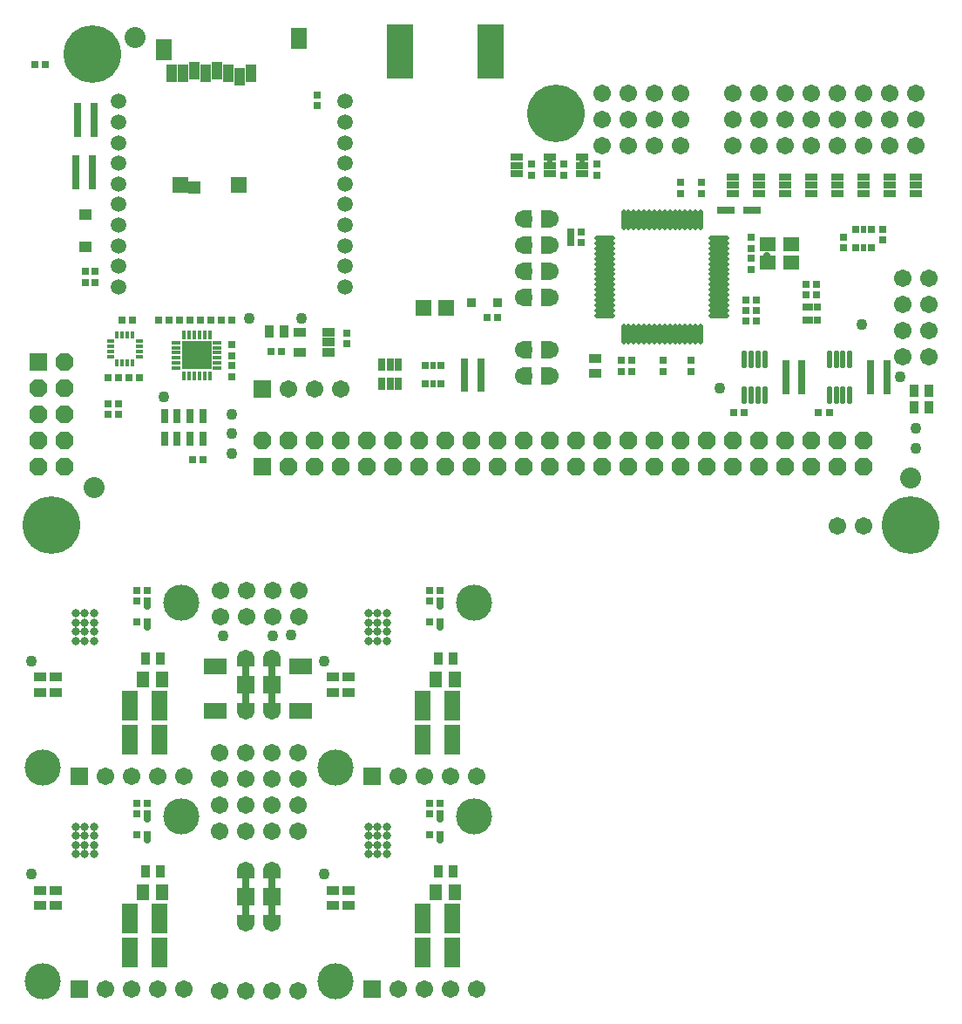
<source format=gbs>
G04 Layer_Color=16711935*
%FSLAX25Y25*%
%MOIN*%
G70*
G01*
G75*
%ADD105R,0.01181X0.03150*%
%ADD106R,0.03149X0.05807*%
%ADD107R,0.03149X0.05807*%
%ADD110R,0.03162X0.02965*%
%ADD111R,0.02965X0.03162*%
G04:AMPARAMS|DCode=112|XSize=80mil|YSize=80mil|CornerRadius=40mil|HoleSize=0mil|Usage=FLASHONLY|Rotation=180.000|XOffset=0mil|YOffset=0mil|HoleType=Round|Shape=RoundedRectangle|*
%AMROUNDEDRECTD112*
21,1,0.08000,0.00000,0,0,180.0*
21,1,0.00000,0.08000,0,0,180.0*
1,1,0.08000,0.00000,0.00000*
1,1,0.08000,0.00000,0.00000*
1,1,0.08000,0.00000,0.00000*
1,1,0.08000,0.00000,0.00000*
%
%ADD112ROUNDEDRECTD112*%
%ADD114R,0.04737X0.03753*%
%ADD117C,0.04300*%
G04:AMPARAMS|DCode=126|XSize=80mil|YSize=80mil|CornerRadius=40mil|HoleSize=0mil|Usage=FLASHONLY|Rotation=90.000|XOffset=0mil|YOffset=0mil|HoleType=Round|Shape=RoundedRectangle|*
%AMROUNDEDRECTD126*
21,1,0.08000,0.00000,0,0,90.0*
21,1,0.00000,0.08000,0,0,90.0*
1,1,0.08000,0.00000,0.00000*
1,1,0.08000,0.00000,0.00000*
1,1,0.08000,0.00000,0.00000*
1,1,0.08000,0.00000,0.00000*
%
%ADD126ROUNDEDRECTD126*%
%ADD135R,0.03753X0.04737*%
%ADD140R,0.05918X0.11430*%
%ADD144R,0.10300X0.20800*%
%ADD145C,0.06706*%
%ADD146R,0.06706X0.06706*%
%ADD147R,0.06706X0.06706*%
%ADD148P,0.07258X8X292.5*%
%ADD149P,0.07258X8X22.5*%
%ADD150C,0.05918*%
%ADD151C,0.13800*%
%ADD152C,0.22000*%
%ADD153C,0.02800*%
%ADD154C,0.03200*%
%ADD155R,0.06706X0.03753*%
%ADD156R,0.03753X0.06706*%
%ADD157R,0.03162X0.03162*%
%ADD158R,0.02375X0.03162*%
%ADD159R,0.06312X0.06312*%
%ADD160R,0.02769X0.03359*%
%ADD161R,0.03500X0.03800*%
%ADD162R,0.06312X0.05524*%
%ADD163O,0.07887X0.01981*%
%ADD164O,0.01981X0.07887*%
%ADD165R,0.04737X0.04540*%
%ADD166R,0.05918X0.06312*%
%ADD167R,0.06312X0.08280*%
%ADD168R,0.06312X0.08280*%
%ADD169R,0.03950X0.06706*%
%ADD170R,0.11430X0.11036*%
%ADD171R,0.03386X0.01614*%
%ADD172R,0.01614X0.03386*%
%ADD173R,0.02992X0.01614*%
%ADD174R,0.01614X0.02992*%
%ADD175R,0.03162X0.05524*%
%ADD176R,0.05131X0.03359*%
%ADD177O,0.01981X0.07099*%
%ADD178R,0.02769X0.04737*%
%ADD179R,0.04737X0.02769*%
%ADD180R,0.04540X0.04343*%
%ADD181R,0.04737X0.06312*%
%ADD182R,0.09068X0.06312*%
%ADD183R,0.02178X0.03950*%
D105*
X302697Y90500D02*
D03*
Y95500D02*
D03*
X280000Y132500D02*
D03*
X270000D02*
D03*
D106*
X86119Y-53845D02*
D03*
X96118D02*
D03*
X96119Y-134846D02*
D03*
X86119D02*
D03*
D107*
X86118Y-43904D02*
D03*
X96118D02*
D03*
X96119Y-124905D02*
D03*
X86119D02*
D03*
D110*
X330000Y121059D02*
D03*
Y125193D02*
D03*
X315000Y122193D02*
D03*
Y118059D02*
D03*
X220500Y145933D02*
D03*
Y150067D02*
D03*
X208000Y145933D02*
D03*
Y150067D02*
D03*
X195500Y145933D02*
D03*
Y150067D02*
D03*
X28500Y104933D02*
D03*
Y109067D02*
D03*
X252500Y143067D02*
D03*
Y138933D02*
D03*
X260500D02*
D03*
Y143067D02*
D03*
X230000Y75067D02*
D03*
Y70933D02*
D03*
X256500Y75067D02*
D03*
Y70933D02*
D03*
X234000D02*
D03*
Y75067D02*
D03*
X279500Y114067D02*
D03*
Y109933D02*
D03*
Y117933D02*
D03*
Y122067D02*
D03*
X81000Y68933D02*
D03*
Y73067D02*
D03*
Y81067D02*
D03*
Y76933D02*
D03*
X125000Y81433D02*
D03*
Y85567D02*
D03*
X246000Y75067D02*
D03*
Y70933D02*
D03*
X25000Y104933D02*
D03*
Y109067D02*
D03*
X113500Y176567D02*
D03*
Y172433D02*
D03*
D111*
X304764Y90500D02*
D03*
X300630D02*
D03*
Y95500D02*
D03*
X304764D02*
D03*
X282067Y132500D02*
D03*
X277933D02*
D03*
X267933D02*
D03*
X272067D02*
D03*
X182567Y91500D02*
D03*
X178433D02*
D03*
X304567Y104000D02*
D03*
X300433D02*
D03*
Y100000D02*
D03*
X304567D02*
D03*
X277433Y90000D02*
D03*
X281567D02*
D03*
Y94000D02*
D03*
X277433D02*
D03*
Y98000D02*
D03*
X281567D02*
D03*
X214567Y124000D02*
D03*
X210433D02*
D03*
Y120000D02*
D03*
X214567D02*
D03*
X73067Y90500D02*
D03*
X68933D02*
D03*
X76933D02*
D03*
X81067D02*
D03*
X38933D02*
D03*
X43067D02*
D03*
X41433Y68500D02*
D03*
X45567D02*
D03*
X60933Y90500D02*
D03*
X65067D02*
D03*
X57067D02*
D03*
X52933D02*
D03*
X37567Y68500D02*
D03*
X33433D02*
D03*
X70067Y37000D02*
D03*
X65933D02*
D03*
X100067Y78500D02*
D03*
X95933D02*
D03*
X305335Y55100D02*
D03*
X309469D02*
D03*
X272835D02*
D03*
X276969D02*
D03*
X33433Y58500D02*
D03*
X37567D02*
D03*
X33433Y54500D02*
D03*
X37567D02*
D03*
X5433Y188000D02*
D03*
X9567D02*
D03*
X156551Y-98374D02*
D03*
X160685D02*
D03*
X160685Y-94374D02*
D03*
X156551D02*
D03*
X156551Y-106374D02*
D03*
X160685D02*
D03*
X44551Y-98374D02*
D03*
X48685D02*
D03*
X48685Y-94374D02*
D03*
X44551D02*
D03*
X44551Y-106374D02*
D03*
X48685D02*
D03*
X156551Y-24874D02*
D03*
X160685D02*
D03*
X160685Y-12874D02*
D03*
X156551D02*
D03*
X156551Y-16874D02*
D03*
X160685D02*
D03*
X44551Y-24874D02*
D03*
X48685D02*
D03*
X48685Y-12874D02*
D03*
X44551D02*
D03*
X44551Y-16874D02*
D03*
X48685D02*
D03*
D112*
X28346Y26378D02*
D03*
D114*
X220000Y70146D02*
D03*
Y75854D02*
D03*
X125618Y-127520D02*
D03*
Y-133228D02*
D03*
X119618D02*
D03*
Y-127520D02*
D03*
X13618D02*
D03*
Y-133228D02*
D03*
X7618D02*
D03*
Y-127520D02*
D03*
X119618Y-46020D02*
D03*
Y-51728D02*
D03*
X125618D02*
D03*
Y-46020D02*
D03*
X7618D02*
D03*
Y-51728D02*
D03*
X13618D02*
D03*
Y-46020D02*
D03*
D117*
X81000Y54500D02*
D03*
Y39500D02*
D03*
Y47000D02*
D03*
X55000Y61000D02*
D03*
X87500Y91000D02*
D03*
X342520Y41339D02*
D03*
X107500Y91000D02*
D03*
X342520Y49213D02*
D03*
X267500Y64500D02*
D03*
X116118Y-121374D02*
D03*
X4118D02*
D03*
X116118Y-39874D02*
D03*
X4118D02*
D03*
X322047Y88848D02*
D03*
X96618Y-30374D02*
D03*
X77618D02*
D03*
X103618Y-29874D02*
D03*
X336614Y68898D02*
D03*
D126*
X340500Y30000D02*
D03*
X44000Y198500D02*
D03*
D135*
X95146Y86000D02*
D03*
X100854D02*
D03*
X341752Y63476D02*
D03*
X347461D02*
D03*
Y56976D02*
D03*
X341752D02*
D03*
X159764Y-120374D02*
D03*
X165472D02*
D03*
X47764D02*
D03*
X53472D02*
D03*
X159764Y-38874D02*
D03*
X165472D02*
D03*
X47764D02*
D03*
X53472D02*
D03*
D140*
X153909Y-151374D02*
D03*
X165327D02*
D03*
X153909Y-138374D02*
D03*
X165327D02*
D03*
X41909Y-151374D02*
D03*
X53327D02*
D03*
X41909Y-138374D02*
D03*
X53327D02*
D03*
X153909Y-56874D02*
D03*
X165327D02*
D03*
X153909Y-69874D02*
D03*
X165327D02*
D03*
X41909Y-56874D02*
D03*
X53327D02*
D03*
X41909Y-69874D02*
D03*
X53327D02*
D03*
D144*
X179750Y193000D02*
D03*
X145250D02*
D03*
D145*
X86118Y-58874D02*
D03*
Y-38874D02*
D03*
X96118D02*
D03*
Y-58874D02*
D03*
X96119Y-139875D02*
D03*
Y-119875D02*
D03*
X86119D02*
D03*
Y-139875D02*
D03*
X122500Y64000D02*
D03*
X112500D02*
D03*
X102500D02*
D03*
X252500Y177000D02*
D03*
Y167000D02*
D03*
Y157000D02*
D03*
X242500Y177000D02*
D03*
Y167000D02*
D03*
Y157000D02*
D03*
X232500Y177000D02*
D03*
Y167000D02*
D03*
Y157000D02*
D03*
X222500D02*
D03*
Y167000D02*
D03*
Y177000D02*
D03*
X342500D02*
D03*
Y167000D02*
D03*
Y157000D02*
D03*
X332500Y177000D02*
D03*
Y167000D02*
D03*
Y157000D02*
D03*
X322500Y177000D02*
D03*
Y167000D02*
D03*
Y157000D02*
D03*
X312500Y177000D02*
D03*
Y167000D02*
D03*
Y157000D02*
D03*
X302500Y177000D02*
D03*
Y167000D02*
D03*
Y157000D02*
D03*
X292500Y177000D02*
D03*
Y167000D02*
D03*
Y157000D02*
D03*
X282500Y177000D02*
D03*
Y167000D02*
D03*
Y157000D02*
D03*
X272500Y177000D02*
D03*
Y167000D02*
D03*
Y157000D02*
D03*
X202500Y79000D02*
D03*
X192500D02*
D03*
X202500Y119000D02*
D03*
X192500D02*
D03*
X202500Y99000D02*
D03*
X192500D02*
D03*
X202500Y129000D02*
D03*
X192500D02*
D03*
X202500Y109000D02*
D03*
X192500D02*
D03*
X202500Y69000D02*
D03*
X192500D02*
D03*
X337500Y106500D02*
D03*
Y96500D02*
D03*
Y86500D02*
D03*
Y76500D02*
D03*
X347500D02*
D03*
Y86500D02*
D03*
Y96500D02*
D03*
Y106500D02*
D03*
X106118Y-84874D02*
D03*
X96118D02*
D03*
X86118D02*
D03*
X76118D02*
D03*
Y-74874D02*
D03*
X86118D02*
D03*
X96118D02*
D03*
X106118D02*
D03*
X106618Y-22874D02*
D03*
X96618D02*
D03*
X86618D02*
D03*
X76618D02*
D03*
Y-12874D02*
D03*
X86618D02*
D03*
X96618D02*
D03*
X106618D02*
D03*
X106118Y-165874D02*
D03*
X96118D02*
D03*
X86118D02*
D03*
X76118D02*
D03*
X174618Y-165374D02*
D03*
X144618D02*
D03*
X154618D02*
D03*
X164618D02*
D03*
X62618D02*
D03*
X32618D02*
D03*
X42618D02*
D03*
X52618D02*
D03*
X174618Y-83874D02*
D03*
X144618D02*
D03*
X154618D02*
D03*
X164618D02*
D03*
X62618D02*
D03*
X32618D02*
D03*
X42618D02*
D03*
X52618D02*
D03*
X106118Y-104874D02*
D03*
X96118D02*
D03*
X86118D02*
D03*
X76118D02*
D03*
Y-94874D02*
D03*
X86118D02*
D03*
X96118D02*
D03*
X106118D02*
D03*
X322441Y11811D02*
D03*
X312441D02*
D03*
D146*
X86118Y-48874D02*
D03*
X96118D02*
D03*
X96119Y-129875D02*
D03*
X86119D02*
D03*
X7000Y74500D02*
D03*
D147*
X92500Y64000D02*
D03*
Y34500D02*
D03*
X134618Y-165374D02*
D03*
X22618D02*
D03*
X134618Y-83874D02*
D03*
X22618D02*
D03*
D148*
X7000Y54500D02*
D03*
X17000D02*
D03*
Y64500D02*
D03*
X7000D02*
D03*
X17000Y74500D02*
D03*
X7000Y44500D02*
D03*
Y34500D02*
D03*
X17000Y44500D02*
D03*
Y34500D02*
D03*
D149*
X322500Y44500D02*
D03*
X312500D02*
D03*
X302500D02*
D03*
X292500D02*
D03*
X282500D02*
D03*
X272500D02*
D03*
X262500D02*
D03*
X252500D02*
D03*
X242500D02*
D03*
X232500D02*
D03*
X322500Y34500D02*
D03*
X312500D02*
D03*
X302500D02*
D03*
X292500D02*
D03*
X282500D02*
D03*
X272500D02*
D03*
X262500D02*
D03*
X252500D02*
D03*
X242500D02*
D03*
X232500D02*
D03*
X222500Y44500D02*
D03*
X212500D02*
D03*
X202500D02*
D03*
X192500D02*
D03*
X182500D02*
D03*
X172500D02*
D03*
X162500D02*
D03*
X152500D02*
D03*
X142500D02*
D03*
X132500D02*
D03*
X122500D02*
D03*
X222500Y34500D02*
D03*
X212500D02*
D03*
X202500D02*
D03*
X192500D02*
D03*
X182500D02*
D03*
X172500D02*
D03*
X162500D02*
D03*
X152500D02*
D03*
X142500D02*
D03*
X132500D02*
D03*
X122500D02*
D03*
X92500Y44500D02*
D03*
X102500Y34500D02*
D03*
Y44500D02*
D03*
X112500D02*
D03*
Y34500D02*
D03*
D150*
X124114Y174000D02*
D03*
Y166126D02*
D03*
Y150378D02*
D03*
Y158252D02*
D03*
Y142504D02*
D03*
Y103134D02*
D03*
Y118882D02*
D03*
Y111008D02*
D03*
Y126756D02*
D03*
Y134630D02*
D03*
X37500D02*
D03*
Y126756D02*
D03*
Y111008D02*
D03*
Y118882D02*
D03*
Y103134D02*
D03*
Y142504D02*
D03*
Y158252D02*
D03*
Y150378D02*
D03*
Y166126D02*
D03*
Y174000D02*
D03*
D03*
Y166126D02*
D03*
Y150378D02*
D03*
Y158252D02*
D03*
Y142504D02*
D03*
Y103134D02*
D03*
Y118882D02*
D03*
Y111008D02*
D03*
Y126756D02*
D03*
Y134630D02*
D03*
X124114Y174000D02*
D03*
Y166126D02*
D03*
Y150378D02*
D03*
Y158252D02*
D03*
Y142504D02*
D03*
Y103134D02*
D03*
Y118882D02*
D03*
Y111008D02*
D03*
Y126756D02*
D03*
Y134630D02*
D03*
D151*
X173618Y-99074D02*
D03*
X120618Y-162074D02*
D03*
X61618Y-99074D02*
D03*
X8618Y-162074D02*
D03*
X173618Y-17574D02*
D03*
X120618Y-80574D02*
D03*
X61618Y-17574D02*
D03*
X8618Y-80574D02*
D03*
D152*
X340500Y12000D02*
D03*
X205000Y169500D02*
D03*
X12000Y12000D02*
D03*
X27500Y192000D02*
D03*
D153*
X285500Y115000D02*
D03*
X67500Y74000D02*
D03*
X210433Y122000D02*
D03*
X48618Y-108374D02*
D03*
Y-100374D02*
D03*
Y-18874D02*
D03*
Y-26874D02*
D03*
X160618Y-100374D02*
D03*
Y-108374D02*
D03*
Y-18874D02*
D03*
Y-26874D02*
D03*
D154*
X24618Y-103059D02*
D03*
X28161Y-103060D02*
D03*
X21075Y-103059D02*
D03*
X24618Y-106602D02*
D03*
X28161Y-106603D02*
D03*
X21075Y-106602D02*
D03*
X28161Y-113689D02*
D03*
X21075Y-113688D02*
D03*
X24618Y-113688D02*
D03*
X21075Y-110145D02*
D03*
X28161Y-110146D02*
D03*
X24618Y-110145D02*
D03*
X136618Y-103059D02*
D03*
X140161Y-103060D02*
D03*
X133075Y-103059D02*
D03*
X136618Y-106602D02*
D03*
X140161Y-106603D02*
D03*
X133075Y-106602D02*
D03*
X140161Y-113689D02*
D03*
X133074Y-113688D02*
D03*
X136618Y-113688D02*
D03*
X133075Y-110145D02*
D03*
X140161Y-110146D02*
D03*
X136618Y-110145D02*
D03*
X136618Y-21559D02*
D03*
X140161Y-21560D02*
D03*
X133075Y-21559D02*
D03*
X136618Y-25102D02*
D03*
X140161Y-25103D02*
D03*
X133075Y-25102D02*
D03*
X140161Y-32189D02*
D03*
X133074Y-32188D02*
D03*
X136618Y-32188D02*
D03*
X133075Y-28645D02*
D03*
X140161Y-28646D02*
D03*
X136618Y-28645D02*
D03*
X24618Y-21559D02*
D03*
X28161Y-21560D02*
D03*
X21075Y-21559D02*
D03*
X24618Y-25102D02*
D03*
X28161Y-25103D02*
D03*
X21075Y-25102D02*
D03*
X28161Y-32189D02*
D03*
X21075Y-32188D02*
D03*
X24618Y-32188D02*
D03*
X21075Y-28645D02*
D03*
X28161Y-28646D02*
D03*
X24618Y-28645D02*
D03*
D155*
X86118Y-57398D02*
D03*
X86118Y-40351D02*
D03*
X96118D02*
D03*
X96118Y-57398D02*
D03*
X96119Y-138399D02*
D03*
X96119Y-121351D02*
D03*
X86119D02*
D03*
X86119Y-138399D02*
D03*
D156*
X201024Y79000D02*
D03*
X193976D02*
D03*
X201024Y119000D02*
D03*
X193976D02*
D03*
X201024Y99000D02*
D03*
X193976D02*
D03*
X201024Y129000D02*
D03*
X193976D02*
D03*
X201024Y109000D02*
D03*
X193976D02*
D03*
X201024Y69000D02*
D03*
X193976D02*
D03*
D157*
X319547Y125169D02*
D03*
X325453D02*
D03*
X319547Y118083D02*
D03*
X325453D02*
D03*
X160953Y65957D02*
D03*
X155047D02*
D03*
X160953Y73043D02*
D03*
X155047D02*
D03*
D158*
X322500Y125169D02*
D03*
Y118083D02*
D03*
X158000Y65957D02*
D03*
Y73043D02*
D03*
D159*
X162831Y95000D02*
D03*
X154169D02*
D03*
D160*
X176150Y67925D02*
D03*
Y71075D02*
D03*
Y64776D02*
D03*
Y74224D02*
D03*
X169850Y64776D02*
D03*
Y74224D02*
D03*
Y67925D02*
D03*
Y71075D02*
D03*
X28150Y165425D02*
D03*
Y168575D02*
D03*
Y162276D02*
D03*
Y171724D02*
D03*
X21850Y162276D02*
D03*
Y171724D02*
D03*
Y165425D02*
D03*
Y168575D02*
D03*
X27650Y145425D02*
D03*
Y148575D02*
D03*
Y142276D02*
D03*
Y151724D02*
D03*
X21350Y142276D02*
D03*
Y151724D02*
D03*
Y145425D02*
D03*
Y148575D02*
D03*
X299052Y67025D02*
D03*
Y70175D02*
D03*
Y63876D02*
D03*
Y73324D02*
D03*
X292753Y63876D02*
D03*
Y73324D02*
D03*
Y67025D02*
D03*
Y70175D02*
D03*
X331552Y67025D02*
D03*
Y70175D02*
D03*
Y63876D02*
D03*
Y73324D02*
D03*
X325253Y63876D02*
D03*
Y73324D02*
D03*
Y67025D02*
D03*
Y70175D02*
D03*
D161*
X172480Y97000D02*
D03*
X182618D02*
D03*
D162*
X285972Y119543D02*
D03*
X295028Y112457D02*
D03*
Y119543D02*
D03*
X285972Y112457D02*
D03*
D163*
X267350Y121764D02*
D03*
X267350Y119795D02*
D03*
Y117827D02*
D03*
Y115858D02*
D03*
X267350Y113890D02*
D03*
X267350Y111921D02*
D03*
X267350Y109953D02*
D03*
Y107984D02*
D03*
X267350Y106016D02*
D03*
Y104047D02*
D03*
Y102079D02*
D03*
Y100110D02*
D03*
X267350Y98142D02*
D03*
X267350Y96173D02*
D03*
X267350Y94205D02*
D03*
Y92236D02*
D03*
X223650D02*
D03*
Y94205D02*
D03*
X223650Y96173D02*
D03*
Y98142D02*
D03*
Y100110D02*
D03*
X223650Y102079D02*
D03*
X223650Y104047D02*
D03*
X223650Y106016D02*
D03*
Y107984D02*
D03*
Y109953D02*
D03*
X223650Y111921D02*
D03*
Y113890D02*
D03*
Y115858D02*
D03*
X223650Y117827D02*
D03*
Y119795D02*
D03*
Y121764D02*
D03*
D164*
X260264Y85150D02*
D03*
X258295Y85150D02*
D03*
X256327D02*
D03*
X254358D02*
D03*
X252390Y85150D02*
D03*
X250421Y85150D02*
D03*
X248453Y85150D02*
D03*
X246484Y85150D02*
D03*
X244516Y85150D02*
D03*
X242547D02*
D03*
X240579D02*
D03*
X238610Y85150D02*
D03*
X236642Y85150D02*
D03*
X234673D02*
D03*
X232705D02*
D03*
X230736Y85150D02*
D03*
X230736Y128850D02*
D03*
X232705Y128850D02*
D03*
X234673D02*
D03*
X236642Y128850D02*
D03*
X238610Y128850D02*
D03*
X240579D02*
D03*
X242547Y128850D02*
D03*
X244516Y128850D02*
D03*
X246484Y128850D02*
D03*
X248453D02*
D03*
X250421Y128850D02*
D03*
X252390Y128850D02*
D03*
X254358D02*
D03*
X256327D02*
D03*
X258295Y128850D02*
D03*
X260264D02*
D03*
D165*
X66543Y141284D02*
D03*
D166*
X83512Y142169D02*
D03*
X61071D02*
D03*
D167*
X54772Y193941D02*
D03*
D168*
X106543Y198075D02*
D03*
D169*
X88197Y184925D02*
D03*
X83866Y183350D02*
D03*
X79535Y184925D02*
D03*
X75205Y185713D02*
D03*
X70874Y184925D02*
D03*
X66543Y185713D02*
D03*
X62213Y184925D02*
D03*
X57882D02*
D03*
D170*
X67500Y77000D02*
D03*
D171*
X59626Y72079D02*
D03*
Y74047D02*
D03*
Y76016D02*
D03*
Y77984D02*
D03*
Y79953D02*
D03*
Y81921D02*
D03*
X75374Y72079D02*
D03*
Y74047D02*
D03*
Y76016D02*
D03*
Y77984D02*
D03*
Y79953D02*
D03*
Y81921D02*
D03*
D172*
X72421Y84874D02*
D03*
X70453D02*
D03*
X68484D02*
D03*
X66516D02*
D03*
X64547D02*
D03*
X62579D02*
D03*
X62579Y69126D02*
D03*
X64547D02*
D03*
X66516D02*
D03*
X68484D02*
D03*
X70453D02*
D03*
X72421D02*
D03*
D173*
X34587Y76547D02*
D03*
Y78516D02*
D03*
Y80484D02*
D03*
Y82453D02*
D03*
X45413Y82453D02*
D03*
Y80484D02*
D03*
Y78516D02*
D03*
Y76547D02*
D03*
D174*
X42953Y74087D02*
D03*
X40984D02*
D03*
X39016D02*
D03*
X37047D02*
D03*
X42953Y84913D02*
D03*
X40984D02*
D03*
X39016D02*
D03*
X37047D02*
D03*
D175*
X69882Y45169D02*
D03*
X64961D02*
D03*
X60039D02*
D03*
X55118D02*
D03*
X69882Y53831D02*
D03*
X64961D02*
D03*
X60039D02*
D03*
X55118D02*
D03*
D176*
X118012Y85740D02*
D03*
Y82000D02*
D03*
Y78260D02*
D03*
X106988D02*
D03*
Y85740D02*
D03*
D177*
X284741Y61907D02*
D03*
X282182D02*
D03*
X279623D02*
D03*
X277064D02*
D03*
X284741Y75293D02*
D03*
X282182D02*
D03*
X279623D02*
D03*
X277064D02*
D03*
X317241Y61907D02*
D03*
X314682D02*
D03*
X312123D02*
D03*
X309564D02*
D03*
X317241Y75293D02*
D03*
X314682D02*
D03*
X312123D02*
D03*
X309564D02*
D03*
D178*
X138350Y66000D02*
D03*
X141500D02*
D03*
X144650D02*
D03*
Y73500D02*
D03*
X141500D02*
D03*
X138350D02*
D03*
D179*
X272500Y138850D02*
D03*
Y142000D02*
D03*
Y145150D02*
D03*
X282500Y138850D02*
D03*
Y142000D02*
D03*
Y145150D02*
D03*
X292500Y138850D02*
D03*
Y142000D02*
D03*
Y145150D02*
D03*
X302500Y138850D02*
D03*
Y142000D02*
D03*
Y145150D02*
D03*
X312500Y138850D02*
D03*
Y142000D02*
D03*
Y145150D02*
D03*
X322500Y138850D02*
D03*
Y142000D02*
D03*
Y145150D02*
D03*
X332500Y138850D02*
D03*
Y142000D02*
D03*
Y145150D02*
D03*
X342500Y138850D02*
D03*
Y142000D02*
D03*
Y145150D02*
D03*
X190000Y146350D02*
D03*
Y149500D02*
D03*
Y152650D02*
D03*
X202500Y146350D02*
D03*
Y149500D02*
D03*
Y152650D02*
D03*
X215000Y146350D02*
D03*
Y149500D02*
D03*
Y152650D02*
D03*
D180*
X25000Y130701D02*
D03*
Y118299D02*
D03*
D181*
X158878Y-128374D02*
D03*
X166358D02*
D03*
X46878D02*
D03*
X54358D02*
D03*
X158878Y-46874D02*
D03*
X166358D02*
D03*
X46878D02*
D03*
X54358D02*
D03*
D182*
X107118Y-41713D02*
D03*
Y-59035D02*
D03*
X74618Y-41713D02*
D03*
Y-59035D02*
D03*
D183*
X202500Y151075D02*
D03*
X215000D02*
D03*
M02*

</source>
